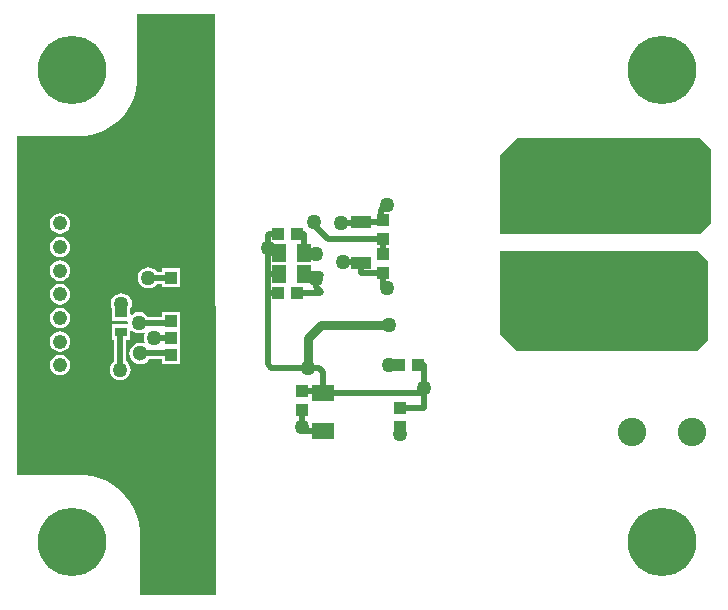
<source format=gbl>
G04 Layer_Physical_Order=2*
G04 Layer_Color=16711680*
%FSLAX44Y44*%
%MOMM*%
G71*
G01*
G75*
%ADD12R,1.9000X1.4500*%
%ADD13R,1.1000X1.0000*%
%ADD22R,1.7500X1.1000*%
%ADD23C,0.5000*%
%ADD24C,0.7500*%
%ADD25R,1.2192X1.2192*%
%ADD26C,1.2192*%
%ADD27C,2.5000*%
%ADD28C,2.4130*%
%ADD29C,5.8000*%
%ADD30C,1.2700*%
%ADD31C,1.0000*%
%ADD32C,1.3000*%
%ADD33R,1.0000X1.1000*%
%ADD34R,1.2000X1.5000*%
%ADD35R,1.0500X0.8000*%
G36*
X580000Y297000D02*
X589000Y288000D01*
Y221000D01*
X580000Y212000D01*
X427000Y212000D01*
X413000Y226000D01*
X413000Y297000D01*
X580000Y297000D01*
D02*
G37*
G36*
X582000Y392000D02*
X591000Y383000D01*
X591000Y320000D01*
X582000Y311000D01*
X413000Y311000D01*
X413000Y378000D01*
X427000Y392000D01*
X582000Y392000D01*
D02*
G37*
G36*
X172000Y5899D02*
X171103Y5000D01*
X108000Y5000D01*
Y56000D01*
X107891Y59335D01*
X107020Y65950D01*
X105294Y72393D01*
X102741Y78557D01*
X99405Y84334D01*
X95344Y89627D01*
X90627Y94344D01*
X85334Y98405D01*
X79557Y101741D01*
X73394Y104293D01*
X66950Y106020D01*
X60336Y106891D01*
X57000Y107000D01*
X57000Y107000D01*
X57000Y107000D01*
X4000D01*
Y394000D01*
X57000Y394000D01*
X60139Y394103D01*
X66364Y394922D01*
X72428Y396547D01*
X78229Y398950D01*
X83666Y402089D01*
X88647Y405911D01*
X93087Y410351D01*
X96909Y415332D01*
X100048Y420769D01*
X102451Y426569D01*
X104076Y432634D01*
X104895Y438859D01*
X104998Y441998D01*
X104999Y441999D01*
X105000Y497000D01*
X171000D01*
X172000Y5899D01*
D02*
G37*
%LPC*%
G36*
X92000Y260967D02*
X89679Y260661D01*
X87517Y259765D01*
X85660Y258340D01*
X84235Y256483D01*
X83339Y254321D01*
X83033Y252000D01*
X83339Y249679D01*
X84210Y247576D01*
Y237210D01*
X97229D01*
X98067Y236255D01*
X98033Y236000D01*
X98067Y235745D01*
X97229Y234790D01*
X84210D01*
Y221710D01*
X85861D01*
Y203263D01*
X84660Y202340D01*
X83235Y200483D01*
X82339Y198321D01*
X82033Y196000D01*
X82339Y193679D01*
X83235Y191517D01*
X84660Y189660D01*
X86517Y188235D01*
X88679Y187339D01*
X91000Y187033D01*
X93321Y187339D01*
X95483Y188235D01*
X97340Y189660D01*
X98765Y191517D01*
X99661Y193679D01*
X99967Y196000D01*
X99661Y198321D01*
X98765Y200483D01*
X97340Y202340D01*
X96139Y203263D01*
Y221710D01*
X99790D01*
Y228819D01*
X101060Y229352D01*
X102517Y228235D01*
X104679Y227339D01*
X107000Y227033D01*
X109321Y227339D01*
X111188Y228113D01*
X111285Y228055D01*
X112055Y227285D01*
X112113Y227188D01*
X111339Y225321D01*
X111033Y223000D01*
X111339Y220679D01*
X111790Y219590D01*
X110818Y218617D01*
X110360Y218807D01*
X108000Y219118D01*
X105640Y218807D01*
X103441Y217896D01*
X101553Y216447D01*
X100104Y214559D01*
X99193Y212360D01*
X98882Y210000D01*
X99193Y207640D01*
X100104Y205441D01*
X101553Y203553D01*
X103441Y202104D01*
X105640Y201193D01*
X108000Y200882D01*
X110360Y201193D01*
X112559Y202104D01*
X114447Y203553D01*
X115452Y204861D01*
X126460D01*
Y200960D01*
X141540D01*
Y214960D01*
Y228960D01*
Y245040D01*
X126460D01*
Y241139D01*
X114263D01*
X113340Y242340D01*
X111483Y243765D01*
X109321Y244661D01*
X107000Y244967D01*
X104679Y244661D01*
X102517Y243765D01*
X101060Y242648D01*
X99790Y243181D01*
Y247576D01*
X100661Y249679D01*
X100967Y252000D01*
X100661Y254321D01*
X99765Y256483D01*
X98340Y258340D01*
X96483Y259765D01*
X94321Y260661D01*
X92000Y260967D01*
D02*
G37*
G36*
X40000Y208711D02*
X37745Y208415D01*
X35645Y207544D01*
X33841Y206160D01*
X32457Y204356D01*
X31586Y202255D01*
X31290Y200001D01*
X31586Y197747D01*
X32457Y195646D01*
X33841Y193842D01*
X35645Y192457D01*
X37745Y191587D01*
X40000Y191290D01*
X42254Y191587D01*
X44355Y192457D01*
X46159Y193842D01*
X47544Y195646D01*
X48414Y197747D01*
X48710Y200001D01*
X48414Y202255D01*
X47544Y204356D01*
X46159Y206160D01*
X44355Y207544D01*
X42254Y208415D01*
X40000Y208711D01*
D02*
G37*
G36*
Y228710D02*
X37745Y228413D01*
X35645Y227543D01*
X33841Y226159D01*
X32457Y224354D01*
X31586Y222254D01*
X31290Y219999D01*
X31586Y217745D01*
X32457Y215644D01*
X33841Y213840D01*
X35645Y212456D01*
X37745Y211586D01*
X40000Y211289D01*
X42254Y211586D01*
X44355Y212456D01*
X46159Y213840D01*
X47544Y215644D01*
X48414Y217745D01*
X48710Y219999D01*
X48414Y222254D01*
X47544Y224354D01*
X46159Y226159D01*
X44355Y227543D01*
X42254Y228413D01*
X40000Y228710D01*
D02*
G37*
G36*
Y248712D02*
X37745Y248416D01*
X35645Y247545D01*
X33841Y246161D01*
X32457Y244357D01*
X31586Y242256D01*
X31290Y240002D01*
X31586Y237747D01*
X32457Y235646D01*
X33841Y233843D01*
X35645Y232458D01*
X37745Y231588D01*
X40000Y231291D01*
X42254Y231588D01*
X44355Y232458D01*
X46159Y233843D01*
X47544Y235646D01*
X48414Y237747D01*
X48710Y240002D01*
X48414Y242256D01*
X47544Y244357D01*
X46159Y246161D01*
X44355Y247545D01*
X42254Y248416D01*
X40000Y248712D01*
D02*
G37*
G36*
Y308601D02*
X37745Y308304D01*
X35645Y307434D01*
X33841Y306050D01*
X32457Y304246D01*
X31586Y302145D01*
X31290Y299891D01*
X31586Y297636D01*
X32457Y295535D01*
X33841Y293731D01*
X35645Y292347D01*
X37745Y291477D01*
X40000Y291180D01*
X42254Y291477D01*
X44355Y292347D01*
X46159Y293731D01*
X47544Y295535D01*
X48414Y297636D01*
X48710Y299891D01*
X48414Y302145D01*
X47544Y304246D01*
X46159Y306050D01*
X44355Y307434D01*
X42254Y308304D01*
X40000Y308601D01*
D02*
G37*
G36*
Y328667D02*
X37745Y328370D01*
X35645Y327500D01*
X33841Y326116D01*
X32457Y324312D01*
X31586Y322211D01*
X31290Y319957D01*
X31586Y317702D01*
X32457Y315601D01*
X33841Y313797D01*
X35645Y312413D01*
X37745Y311543D01*
X40000Y311246D01*
X42254Y311543D01*
X44355Y312413D01*
X46159Y313797D01*
X47544Y315601D01*
X48414Y317702D01*
X48710Y319957D01*
X48414Y322211D01*
X47544Y324312D01*
X46159Y326116D01*
X44355Y327500D01*
X42254Y328370D01*
X40000Y328667D01*
D02*
G37*
G36*
Y288789D02*
X37745Y288492D01*
X35645Y287622D01*
X33841Y286238D01*
X32457Y284434D01*
X31586Y282333D01*
X31290Y280079D01*
X31586Y277824D01*
X32457Y275723D01*
X33841Y273919D01*
X35645Y272535D01*
X37745Y271665D01*
X40000Y271368D01*
X42254Y271665D01*
X44355Y272535D01*
X46159Y273919D01*
X47544Y275723D01*
X48414Y277824D01*
X48710Y280079D01*
X48414Y282333D01*
X47544Y284434D01*
X46159Y286238D01*
X44355Y287622D01*
X42254Y288492D01*
X40000Y288789D01*
D02*
G37*
G36*
Y268710D02*
X37745Y268414D01*
X35645Y267544D01*
X33841Y266159D01*
X32457Y264355D01*
X31586Y262254D01*
X31290Y260000D01*
X31586Y257745D01*
X32457Y255645D01*
X33841Y253841D01*
X35645Y252456D01*
X37745Y251586D01*
X40000Y251290D01*
X42254Y251586D01*
X44355Y252456D01*
X46159Y253841D01*
X47544Y255645D01*
X48414Y257745D01*
X48710Y260000D01*
X48414Y262254D01*
X47544Y264355D01*
X46159Y266159D01*
X44355Y267544D01*
X42254Y268414D01*
X40000Y268710D01*
D02*
G37*
G36*
X115000Y282967D02*
X112679Y282661D01*
X110517Y281765D01*
X108660Y280340D01*
X107235Y278483D01*
X106339Y276321D01*
X106033Y274000D01*
X106339Y271679D01*
X107235Y269517D01*
X108660Y267660D01*
X110517Y266235D01*
X112679Y265339D01*
X115000Y265033D01*
X117321Y265339D01*
X119483Y266235D01*
X121340Y267660D01*
X122262Y268861D01*
X126460D01*
Y265960D01*
X141540D01*
Y282040D01*
X126460D01*
Y279139D01*
X122262D01*
X121340Y280340D01*
X119483Y281765D01*
X117321Y282661D01*
X115000Y282967D01*
D02*
G37*
%LPD*%
D12*
X263000Y176000D02*
D03*
Y144000D02*
D03*
D13*
X245000Y178000D02*
D03*
Y162000D02*
D03*
X328000Y164000D02*
D03*
Y148000D02*
D03*
X314000Y307000D02*
D03*
Y323000D02*
D03*
Y278000D02*
D03*
Y294000D02*
D03*
D22*
X295000Y321250D02*
D03*
Y286750D02*
D03*
D23*
X312250Y321250D02*
Y331250D01*
X157000Y236000D02*
Y274000D01*
X260000Y277000D02*
X261000Y276000D01*
X246500Y277000D02*
X260000D01*
X255000Y319000D02*
Y320999D01*
Y319000D02*
X267000Y307000D01*
X241000Y311000D02*
X246892D01*
X247000Y310892D01*
Y295500D02*
Y310892D01*
X280000Y287000D02*
X295000D01*
X256999Y272999D02*
X257999D01*
X261000Y276000D01*
X256999Y266000D02*
Y272999D01*
Y266000D02*
X261000Y262000D01*
X251499Y293999D02*
X256999D01*
X249500Y292000D02*
X251499Y293999D01*
X295000Y286750D02*
Y287000D01*
Y320250D02*
Y321250D01*
X278000Y320250D02*
X295000D01*
X312250Y321250D02*
X314000Y323000D01*
X312250Y331250D02*
X317000Y336000D01*
X314000Y268000D02*
Y278000D01*
Y268000D02*
X317000Y265000D01*
X295000Y321250D02*
X312250D01*
X295000Y278000D02*
X314000D01*
X295000D02*
Y286750D01*
X260000Y261000D02*
X261000Y262000D01*
X241000Y261000D02*
X260000D01*
X267000Y307000D02*
X314000D01*
Y294000D02*
Y307000D01*
X343000Y200000D02*
X348000D01*
Y181000D02*
Y200000D01*
Y176000D02*
Y181000D01*
Y164000D02*
Y176000D01*
X263000D02*
X348000D01*
X328000Y164000D02*
X348000D01*
X246500Y295000D02*
X247000Y295500D01*
X246500Y295000D02*
X249500Y292000D01*
X216000Y260000D02*
Y277000D01*
Y201000D02*
Y260000D01*
X217000Y261000D01*
X225000D01*
X216000Y277000D02*
Y299000D01*
Y277000D02*
X225500D01*
X216000Y299000D02*
X220000Y295000D01*
X225500D01*
X217000Y311000D02*
X225000D01*
X216000Y310000D02*
X217000Y311000D01*
X216000Y299000D02*
Y310000D01*
Y201000D02*
X219000Y198000D01*
X250000D01*
X245000Y144000D02*
X263000D01*
X245000D02*
Y148000D01*
Y162000D01*
X261000Y178000D02*
X263000Y176000D01*
X245000Y178000D02*
X261000D01*
X263000Y176000D02*
Y194000D01*
X259000Y198000D02*
X263000Y194000D01*
X250000Y198000D02*
X259000D01*
X319000Y200000D02*
X327000D01*
X328000Y142000D02*
Y148000D01*
X157000Y209000D02*
Y223000D01*
Y185000D02*
Y209000D01*
X150000D02*
X157000D01*
Y223000D02*
Y236000D01*
X150000Y223000D02*
X157000D01*
X156000Y237000D02*
X157000Y236000D01*
X150000Y237000D02*
X156000D01*
X150000Y274000D02*
X157000D01*
Y299000D01*
X115000Y274000D02*
X134000D01*
X92000Y243750D02*
Y252000D01*
X91000Y227250D02*
X92000Y228250D01*
X91000Y196000D02*
Y227250D01*
X120000Y223000D02*
X134000D01*
X133000Y210000D02*
X134000Y209000D01*
X108000Y210000D02*
X133000D01*
X133000Y236000D02*
X134000Y237000D01*
X107000Y236000D02*
X133000D01*
D24*
X250000Y198000D02*
Y223000D01*
X261000Y234000D01*
X319000D01*
D25*
X40000Y180003D02*
D03*
D26*
Y200001D02*
D03*
Y219999D02*
D03*
Y240002D02*
D03*
Y260000D02*
D03*
Y280079D02*
D03*
Y299891D02*
D03*
Y319957D02*
D03*
D27*
X573400Y328260D02*
D03*
X522600D02*
D03*
X548000Y280000D02*
D03*
Y229200D02*
D03*
D28*
X524000Y143000D02*
D03*
X574800D02*
D03*
D29*
X550000Y450000D02*
D03*
Y50000D02*
D03*
X50000D02*
D03*
Y450000D02*
D03*
D30*
X255000Y320999D02*
D03*
X256999Y272999D02*
D03*
Y293999D02*
D03*
X280000Y287000D02*
D03*
X278000Y320250D02*
D03*
X319000Y234000D02*
D03*
X317000Y336000D02*
D03*
Y265000D02*
D03*
X216000Y299000D02*
D03*
X245000Y148000D02*
D03*
X250000Y198000D02*
D03*
X319000Y200000D02*
D03*
X348000Y181000D02*
D03*
X328000Y142000D02*
D03*
X157000Y299000D02*
D03*
Y185000D02*
D03*
X115000Y274000D02*
D03*
X92000Y252000D02*
D03*
X91000Y196000D02*
D03*
X120000Y223000D02*
D03*
X107000Y236000D02*
D03*
D31*
X580000Y280000D02*
D03*
Y265000D02*
D03*
Y250000D02*
D03*
Y235000D02*
D03*
X565000Y265000D02*
D03*
Y250000D02*
D03*
Y220000D02*
D03*
X550000Y250000D02*
D03*
X535000Y265000D02*
D03*
Y250000D02*
D03*
X520000Y280000D02*
D03*
Y265000D02*
D03*
Y250000D02*
D03*
Y235000D02*
D03*
Y220000D02*
D03*
X505000Y280000D02*
D03*
Y265000D02*
D03*
Y250000D02*
D03*
Y235000D02*
D03*
Y220000D02*
D03*
X490000Y235000D02*
D03*
Y220000D02*
D03*
X475000Y235000D02*
D03*
Y220000D02*
D03*
X460000Y235000D02*
D03*
Y220000D02*
D03*
X445000Y235000D02*
D03*
Y220000D02*
D03*
X430000Y235000D02*
D03*
Y220000D02*
D03*
X580000Y370000D02*
D03*
Y355000D02*
D03*
X565000Y385000D02*
D03*
Y370000D02*
D03*
Y355000D02*
D03*
X550000Y385000D02*
D03*
Y370000D02*
D03*
Y355000D02*
D03*
Y340000D02*
D03*
Y325000D02*
D03*
X535000Y385000D02*
D03*
Y370000D02*
D03*
Y355000D02*
D03*
X520000Y385000D02*
D03*
Y370000D02*
D03*
Y355000D02*
D03*
X505000Y385000D02*
D03*
Y370000D02*
D03*
Y355000D02*
D03*
Y340000D02*
D03*
X490000Y385000D02*
D03*
Y370000D02*
D03*
X475000Y385000D02*
D03*
Y370000D02*
D03*
X460000Y385000D02*
D03*
Y370000D02*
D03*
X445000Y385000D02*
D03*
Y370000D02*
D03*
X430000Y385000D02*
D03*
Y370000D02*
D03*
D32*
X108000Y210000D02*
D03*
D33*
X327000Y200000D02*
D03*
X343000D02*
D03*
X241000Y311000D02*
D03*
X225000D02*
D03*
X225000Y261000D02*
D03*
X241000D02*
D03*
X150000Y274000D02*
D03*
X134000D02*
D03*
X150000Y237000D02*
D03*
X134000D02*
D03*
X150000Y223000D02*
D03*
X134000D02*
D03*
X150000Y209000D02*
D03*
X134000D02*
D03*
D34*
X246500Y295000D02*
D03*
X225500D02*
D03*
X246500Y277000D02*
D03*
X225500D02*
D03*
D35*
X92000Y228250D02*
D03*
Y243750D02*
D03*
M02*

</source>
